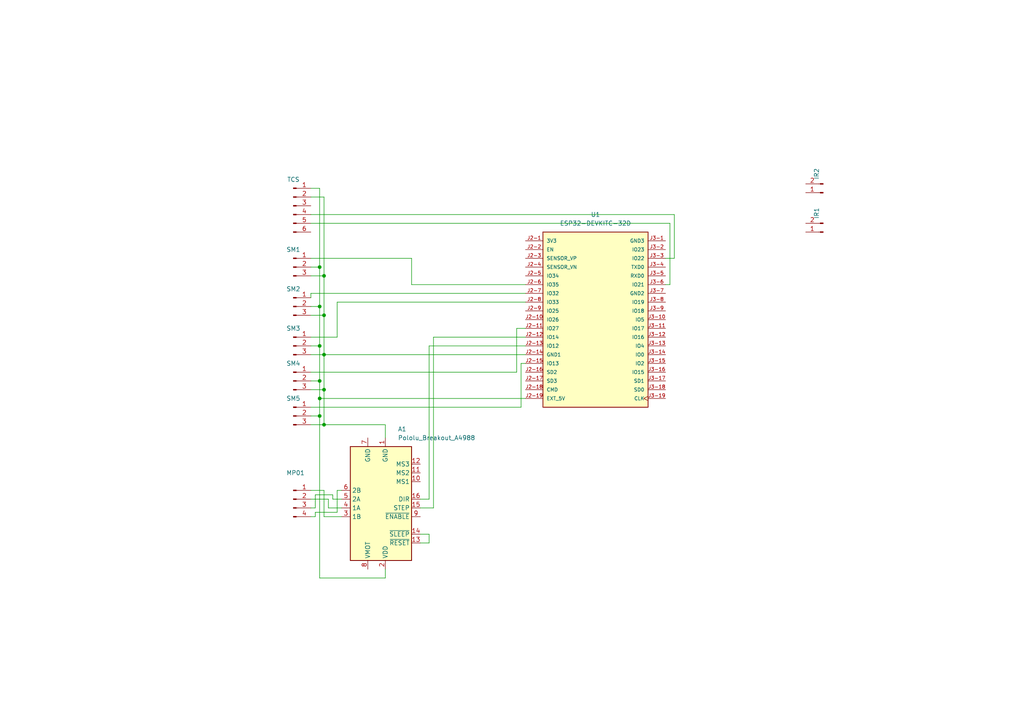
<source format=kicad_sch>
(kicad_sch (version 20230121) (generator eeschema)
  (paper "A4")
  (lib_symbols
    (symbol "Connector:Conn_01x02_Pin" (pin_names (offset 1.016) hide)
      (property "Reference" "J" (at 0 2.54 0))
      (property "Value" "Conn_01x02_Pin" (at 0 -5.08 0))
      (symbol "Conn_01x02_Pin_1_1"
        (polyline (pts (xy 1.27 -2.54) (xy 0.8636 -2.54)) (stroke (width 0.1524)))
        (polyline (pts (xy 1.27 0) (xy 0.8636 0)) (stroke (width 0.1524)))
        (rectangle (start 0.8636 -2.413) (end 0 -2.667) (stroke (width 0.1524)) (fill (type outline)))
        (rectangle (start 0.8636 0.127) (end 0 -0.127) (stroke (width 0.1524)) (fill (type outline)))
        (pin passive line (at 5.08 0 180) (length 3.81) (name "Pin_1") (number "1"))
        (pin passive line (at 5.08 -2.54 180) (length 3.81) (name "Pin_2") (number "2"))
      )
    )
    (symbol "Connector:Conn_01x03_Pin" (pin_names (offset 1.016) hide)
      (property "Reference" "J" (at 0 5.08 0))
      (property "Value" "Conn_01x03_Pin" (at 0 -5.08 0))
      (symbol "Conn_01x03_Pin_1_1"
        (polyline (pts (xy 1.27 -2.54) (xy 0.8636 -2.54)) (stroke (width 0.1524)))
        (polyline (pts (xy 1.27 0) (xy 0.8636 0)) (stroke (width 0.1524)))
        (polyline (pts (xy 1.27 2.54) (xy 0.8636 2.54)) (stroke (width 0.1524)))
        (rectangle (start 0.8636 -2.413) (end 0 -2.667) (stroke (width 0.1524)) (fill (type outline)))
        (rectangle (start 0.8636 0.127) (end 0 -0.127) (stroke (width 0.1524)) (fill (type outline)))
        (rectangle (start 0.8636 2.667) (end 0 2.413) (stroke (width 0.1524)) (fill (type outline)))
        (pin passive line (at 5.08 2.54 180) (length 3.81) (name "Pin_1") (number "1"))
        (pin passive line (at 5.08 0 180) (length 3.81) (name "Pin_2") (number "2"))
        (pin passive line (at 5.08 -2.54 180) (length 3.81) (name "Pin_3") (number "3"))
      )
    )
    (symbol "Connector:Conn_01x04_Pin" (pin_names (offset 1.016) hide)
      (property "Reference" "J" (at 0 5.08 0))
      (property "Value" "Conn_01x04_Pin" (at 0 -7.62 0))
      (symbol "Conn_01x04_Pin_1_1"
        (polyline (pts (xy 1.27 -5.08) (xy 0.8636 -5.08)) (stroke (width 0.1524)))
        (polyline (pts (xy 1.27 -2.54) (xy 0.8636 -2.54)) (stroke (width 0.1524)))
        (polyline (pts (xy 1.27 0) (xy 0.8636 0)) (stroke (width 0.1524)))
        (polyline (pts (xy 1.27 2.54) (xy 0.8636 2.54)) (stroke (width 0.1524)))
        (rectangle (start 0.8636 -4.953) (end 0 -5.207) (stroke (width 0.1524)) (fill (type outline)))
        (rectangle (start 0.8636 -2.413) (end 0 -2.667) (stroke (width 0.1524)) (fill (type outline)))
        (rectangle (start 0.8636 0.127) (end 0 -0.127) (stroke (width 0.1524)) (fill (type outline)))
        (rectangle (start 0.8636 2.667) (end 0 2.413) (stroke (width 0.1524)) (fill (type outline)))
        (pin passive line (at 5.08 2.54 180) (length 3.81) (name "Pin_1") (number "1"))
        (pin passive line (at 5.08 0 180) (length 3.81) (name "Pin_2") (number "2"))
        (pin passive line (at 5.08 -2.54 180) (length 3.81) (name "Pin_3") (number "3"))
        (pin passive line (at 5.08 -5.08 180) (length 3.81) (name "Pin_4") (number "4"))
      )
    )
    (symbol "Connector:Conn_01x06_Pin" (pin_names (offset 1.016) hide)
      (property "Reference" "J" (at 0 7.62 0))
      (property "Value" "Conn_01x06_Pin" (at 0 -10.16 0))
      (symbol "Conn_01x06_Pin_1_1"
        (polyline (pts (xy 1.27 -7.62) (xy 0.8636 -7.62)) (stroke (width 0.1524)))
        (polyline (pts (xy 1.27 -5.08) (xy 0.8636 -5.08)) (stroke (width 0.1524)))
        (polyline (pts (xy 1.27 -2.54) (xy 0.8636 -2.54)) (stroke (width 0.1524)))
        (polyline (pts (xy 1.27 0) (xy 0.8636 0)) (stroke (width 0.1524)))
        (polyline (pts (xy 1.27 2.54) (xy 0.8636 2.54)) (stroke (width 0.1524)))
        (polyline (pts (xy 1.27 5.08) (xy 0.8636 5.08)) (stroke (width 0.1524)))
        (rectangle (start 0.8636 -7.493) (end 0 -7.747) (stroke (width 0.1524)) (fill (type outline)))
        (rectangle (start 0.8636 -4.953) (end 0 -5.207) (stroke (width 0.1524)) (fill (type outline)))
        (rectangle (start 0.8636 -2.413) (end 0 -2.667) (stroke (width 0.1524)) (fill (type outline)))
        (rectangle (start 0.8636 0.127) (end 0 -0.127) (stroke (width 0.1524)) (fill (type outline)))
        (rectangle (start 0.8636 2.667) (end 0 2.413) (stroke (width 0.1524)) (fill (type outline)))
        (rectangle (start 0.8636 5.207) (end 0 4.953) (stroke (width 0.1524)) (fill (type outline)))
        (pin passive line (at 5.08 5.08 180) (length 3.81) (name "Pin_1") (number "1"))
        (pin passive line (at 5.08 2.54 180) (length 3.81) (name "Pin_2") (number "2"))
        (pin passive line (at 5.08 0 180) (length 3.81) (name "Pin_3") (number "3"))
        (pin passive line (at 5.08 -2.54 180) (length 3.81) (name "Pin_4") (number "4"))
        (pin passive line (at 5.08 -5.08 180) (length 3.81) (name "Pin_5") (number "5"))
        (pin passive line (at 5.08 -7.62 180) (length 3.81) (name "Pin_6") (number "6"))
      )
    )
    (symbol "Driver_Motor:Pololu_Breakout_A4988"
      (property "Reference" "A" (at -2.54 19.05 0))
      (property "Value" "Pololu_Breakout_A4988" (at -2.54 16.51 0))
      (symbol "Pololu_Breakout_A4988_0_1"
        (rectangle (start 10.16 -17.78) (end -7.62 15.24) (stroke (width 0.254)) (fill (type background)))
      )
      (symbol "Pololu_Breakout_A4988_1_1"
        (pin power_in line (at 0 -20.32 90) (length 2.54) (name "GND") (number "1"))
        (pin input line (at -10.16 -7.62 0) (length 2.54) (name "MS1") (number "10"))
        (pin input line (at -10.16 -10.16 0) (length 2.54) (name "MS2") (number "11"))
        (pin input line (at -10.16 -12.7 0) (length 2.54) (name "MS3") (number "12"))
        (pin input line (at -10.16 10.16 0) (length 2.54) (name "~{RESET}") (number "13"))
        (pin input line (at -10.16 7.62 0) (length 2.54) (name "~{SLEEP}") (number "14"))
        (pin input line (at -10.16 0 0) (length 2.54) (name "STEP") (number "15"))
        (pin input line (at -10.16 -2.54 0) (length 2.54) (name "DIR") (number "16"))
        (pin power_in line (at 0 17.78 270) (length 2.54) (name "VDD") (number "2"))
        (pin output line (at 12.7 2.54 180) (length 2.54) (name "1B") (number "3"))
        (pin output line (at 12.7 0 180) (length 2.54) (name "1A") (number "4"))
        (pin output line (at 12.7 -2.54 180) (length 2.54) (name "2A") (number "5"))
        (pin output line (at 12.7 -5.08 180) (length 2.54) (name "2B") (number "6"))
        (pin power_in line (at 5.08 -20.32 90) (length 2.54) (name "GND") (number "7"))
        (pin power_in line (at 5.08 17.78 270) (length 2.54) (name "VMOT") (number "8"))
        (pin input line (at -10.16 2.54 0) (length 2.54) (name "~{ENABLE}") (number "9"))
      )
    )
    (symbol "ESP32-DEVKITC-32D:ESP32-DEVKITC-32D" (pin_names (offset 1.016))
      (property "Reference" "U" (at -15.2572 26.0643 0))
      (property "Value" "ESP32-DEVKITC-32D" (at -15.2563 -27.9698 0))
      (symbol "ESP32-DEVKITC-32D_0_0"
        (rectangle (start -15.24 -25.4) (end 15.24 25.4) (stroke (width 0.254)) (fill (type background)))
        (pin power_in line (at -20.32 22.86 0) (length 5.08) (name "3V3") (number "J2-1"))
        (pin bidirectional line (at -20.32 0 0) (length 5.08) (name "IO26") (number "J2-10"))
        (pin bidirectional line (at -20.32 -2.54 0) (length 5.08) (name "IO27") (number "J2-11"))
        (pin bidirectional line (at -20.32 -5.08 0) (length 5.08) (name "IO14") (number "J2-12"))
        (pin bidirectional line (at -20.32 -7.62 0) (length 5.08) (name "IO12") (number "J2-13"))
        (pin power_in line (at -20.32 -10.16 0) (length 5.08) (name "GND1") (number "J2-14"))
        (pin bidirectional line (at -20.32 -12.7 0) (length 5.08) (name "IO13") (number "J2-15"))
        (pin bidirectional line (at -20.32 -15.24 0) (length 5.08) (name "SD2") (number "J2-16"))
        (pin bidirectional line (at -20.32 -17.78 0) (length 5.08) (name "SD3") (number "J2-17"))
        (pin bidirectional line (at -20.32 -20.32 0) (length 5.08) (name "CMD") (number "J2-18"))
        (pin power_in line (at -20.32 -22.86 0) (length 5.08) (name "EXT_5V") (number "J2-19"))
        (pin input line (at -20.32 20.32 0) (length 5.08) (name "EN") (number "J2-2"))
        (pin input line (at -20.32 17.78 0) (length 5.08) (name "SENSOR_VP") (number "J2-3"))
        (pin input line (at -20.32 15.24 0) (length 5.08) (name "SENSOR_VN") (number "J2-4"))
        (pin bidirectional line (at -20.32 12.7 0) (length 5.08) (name "IO34") (number "J2-5"))
        (pin bidirectional line (at -20.32 10.16 0) (length 5.08) (name "IO35") (number "J2-6"))
        (pin bidirectional line (at -20.32 7.62 0) (length 5.08) (name "IO32") (number "J2-7"))
        (pin bidirectional line (at -20.32 5.08 0) (length 5.08) (name "IO33") (number "J2-8"))
        (pin bidirectional line (at -20.32 2.54 0) (length 5.08) (name "IO25") (number "J2-9"))
        (pin power_in line (at 20.32 22.86 180) (length 5.08) (name "GND3") (number "J3-1"))
        (pin bidirectional line (at 20.32 0 180) (length 5.08) (name "IO5") (number "J3-10"))
        (pin bidirectional line (at 20.32 -2.54 180) (length 5.08) (name "IO17") (number "J3-11"))
        (pin bidirectional line (at 20.32 -5.08 180) (length 5.08) (name "IO16") (number "J3-12"))
        (pin bidirectional line (at 20.32 -7.62 180) (length 5.08) (name "IO4") (number "J3-13"))
        (pin bidirectional line (at 20.32 -10.16 180) (length 5.08) (name "IO0") (number "J3-14"))
        (pin bidirectional line (at 20.32 -12.7 180) (length 5.08) (name "IO2") (number "J3-15"))
        (pin bidirectional line (at 20.32 -15.24 180) (length 5.08) (name "IO15") (number "J3-16"))
        (pin bidirectional line (at 20.32 -17.78 180) (length 5.08) (name "SD1") (number "J3-17"))
        (pin bidirectional line (at 20.32 -20.32 180) (length 5.08) (name "SD0") (number "J3-18"))
        (pin input clock (at 20.32 -22.86 180) (length 5.08) (name "CLK") (number "J3-19"))
        (pin bidirectional line (at 20.32 20.32 180) (length 5.08) (name "IO23") (number "J3-2"))
        (pin bidirectional line (at 20.32 17.78 180) (length 5.08) (name "IO22") (number "J3-3"))
        (pin output line (at 20.32 15.24 180) (length 5.08) (name "TXD0") (number "J3-4"))
        (pin input line (at 20.32 12.7 180) (length 5.08) (name "RXD0") (number "J3-5"))
        (pin bidirectional line (at 20.32 10.16 180) (length 5.08) (name "IO21") (number "J3-6"))
        (pin power_in line (at 20.32 7.62 180) (length 5.08) (name "GND2") (number "J3-7"))
        (pin bidirectional line (at 20.32 5.08 180) (length 5.08) (name "IO19") (number "J3-8"))
        (pin bidirectional line (at 20.32 2.54 180) (length 5.08) (name "IO18") (number "J3-9"))
      )
    )
  )
  (junction (at 92.71 88.9))
  (junction (at 92.71 77.47))
  (junction (at 92.71 120.65))
  (junction (at 93.98 91.44))
  (junction (at 93.98 123.19))
  (junction (at 93.98 113.03))
  (junction (at 92.71 115.57))
  (junction (at 93.98 102.87))
  (junction (at 92.71 100.33))
  (junction (at 92.71 110.49))
  (junction (at 93.98 80.01))
  (wire (pts (xy 96.52 144.78) (xy 99.06 144.78)))
  (wire (pts (xy 90.17 64.77) (xy 194.31 64.77)))
  (wire (pts (xy 149.86 107.95) (xy 149.86 95.25)))
  (wire (pts (xy 93.98 142.24) (xy 90.17 142.24)))
  (wire (pts (xy 93.98 57.15) (xy 93.98 80.01)))
  (wire (pts (xy 90.17 57.15) (xy 93.98 57.15)))
  (wire (pts (xy 124.46 144.78) (xy 124.46 100.33)))
  (wire (pts (xy 96.52 143.51) (xy 96.52 144.78)))
  (wire (pts (xy 93.98 91.44) (xy 93.98 102.87)))
  (wire (pts (xy 93.98 149.86) (xy 93.98 142.24)))
  (wire (pts (xy 91.44 149.86) (xy 91.44 148.59)))
  (wire (pts (xy 125.73 147.32) (xy 125.73 97.79)))
  (wire (pts (xy 97.79 97.79) (xy 90.17 97.79)))
  (wire (pts (xy 90.17 113.03) (xy 93.98 113.03)))
  (wire (pts (xy 121.92 157.48) (xy 124.46 157.48)))
  (wire (pts (xy 95.25 147.32) (xy 99.06 147.32)))
  (wire (pts (xy 90.17 149.86) (xy 91.44 149.86)))
  (wire (pts (xy 121.92 147.32) (xy 125.73 147.32)))
  (wire (pts (xy 97.79 142.24) (xy 99.06 142.24)))
  (wire (pts (xy 92.71 88.9) (xy 92.71 100.33)))
  (wire (pts (xy 152.4 102.87) (xy 93.98 102.87)))
  (wire (pts (xy 111.76 167.64) (xy 111.76 165.1)))
  (wire (pts (xy 90.17 77.47) (xy 92.71 77.47)))
  (wire (pts (xy 92.71 167.64) (xy 111.76 167.64)))
  (wire (pts (xy 124.46 100.33) (xy 152.4 100.33)))
  (wire (pts (xy 149.86 95.25) (xy 152.4 95.25)))
  (wire (pts (xy 93.98 91.44) (xy 93.98 80.01)))
  (wire (pts (xy 91.44 147.32) (xy 91.44 143.51)))
  (wire (pts (xy 90.17 102.87) (xy 93.98 102.87)))
  (wire (pts (xy 92.71 77.47) (xy 92.71 88.9)))
  (wire (pts (xy 121.92 144.78) (xy 124.46 144.78)))
  (wire (pts (xy 193.04 74.93) (xy 195.58 74.93)))
  (wire (pts (xy 93.98 80.01) (xy 90.17 80.01)))
  (wire (pts (xy 90.17 118.11) (xy 151.13 118.11)))
  (wire (pts (xy 152.4 87.63) (xy 97.79 87.63)))
  (wire (pts (xy 92.71 120.65) (xy 90.17 120.65)))
  (wire (pts (xy 97.79 87.63) (xy 97.79 97.79)))
  (wire (pts (xy 125.73 97.79) (xy 152.4 97.79)))
  (wire (pts (xy 92.71 88.9) (xy 90.17 88.9)))
  (wire (pts (xy 194.31 64.77) (xy 194.31 82.55)))
  (wire (pts (xy 93.98 113.03) (xy 93.98 102.87)))
  (wire (pts (xy 95.25 144.78) (xy 95.25 147.32)))
  (wire (pts (xy 90.17 54.61) (xy 92.71 54.61)))
  (wire (pts (xy 124.46 154.94) (xy 124.46 157.48)))
  (wire (pts (xy 90.17 110.49) (xy 92.71 110.49)))
  (wire (pts (xy 90.17 91.44) (xy 93.98 91.44)))
  (wire (pts (xy 92.71 110.49) (xy 92.71 115.57)))
  (wire (pts (xy 99.06 149.86) (xy 93.98 149.86)))
  (wire (pts (xy 90.17 85.09) (xy 152.4 85.09)))
  (wire (pts (xy 195.58 62.23) (xy 90.17 62.23)))
  (wire (pts (xy 90.17 144.78) (xy 95.25 144.78)))
  (wire (pts (xy 119.38 82.55) (xy 152.4 82.55)))
  (wire (pts (xy 92.71 54.61) (xy 92.71 77.47)))
  (wire (pts (xy 91.44 148.59) (xy 97.79 148.59)))
  (wire (pts (xy 90.17 85.09) (xy 90.17 86.36)))
  (wire (pts (xy 92.71 115.57) (xy 92.71 120.65)))
  (wire (pts (xy 111.76 123.19) (xy 111.76 127)))
  (wire (pts (xy 151.13 105.41) (xy 152.4 105.41)))
  (wire (pts (xy 151.13 118.11) (xy 151.13 105.41)))
  (wire (pts (xy 193.04 82.55) (xy 194.31 82.55)))
  (wire (pts (xy 93.98 123.19) (xy 93.98 113.03)))
  (wire (pts (xy 90.17 107.95) (xy 149.86 107.95)))
  (wire (pts (xy 92.71 100.33) (xy 92.71 110.49)))
  (wire (pts (xy 121.92 154.94) (xy 124.46 154.94)))
  (wire (pts (xy 90.17 74.93) (xy 119.38 74.93)))
  (wire (pts (xy 90.17 123.19) (xy 93.98 123.19)))
  (wire (pts (xy 93.98 123.19) (xy 111.76 123.19)))
  (wire (pts (xy 90.17 147.32) (xy 91.44 147.32)))
  (wire (pts (xy 97.79 148.59) (xy 97.79 142.24)))
  (wire (pts (xy 195.58 74.93) (xy 195.58 62.23)))
  (wire (pts (xy 92.71 120.65) (xy 92.71 167.64)))
  (wire (pts (xy 119.38 74.93) (xy 119.38 82.55)))
  (wire (pts (xy 91.44 143.51) (xy 96.52 143.51)))
  (wire (pts (xy 90.17 100.33) (xy 92.71 100.33)))
  (wire (pts (xy 92.71 115.57) (xy 152.4 115.57)))
  (symbol (lib_id "Connector:Conn_01x04_Pin") (at 85.09 144.78 0) (unit 1)
    (property "Reference" "MP01" (at 85.725 137.16 0))
    (property "Value" "Conn_01x04_Pin" (effects hide))
  )
  (symbol (lib_id "Connector:Conn_01x03_Pin") (at 85.09 120.65 0) (unit 1)
    (property "Reference" "SM5" (at 85.09 115.57 0))
    (property "Value" "Conn_01x03_Pin" (effects hide))
  )
  (symbol (lib_id "Connector:Conn_01x06_Pin") (at 85.09 59.69 0) (unit 1)
    (property "Reference" "TCS" (at 85.09 52.07 0))
    (property "Value" "Conn_01x06_Pin" (effects hide))
  )
  (symbol (lib_id "Connector:Conn_01x03_Pin") (at 85.09 100.33 0) (unit 1)
    (property "Reference" "SM3" (at 85.09 95.25 0))
    (property "Value" "Conn_01x03_Pin" (effects hide))
  )
  (symbol (lib_id "Connector:Conn_01x02_Pin") (at 238.76 67.31 180) (unit 1)
    (property "Reference" "IR1" (at 236.855 63.5 90) (effects (justify right)))
    (property "Value" "Conn_01x02_Pin" (effects hide))
  )
  (symbol (lib_id "Connector:Conn_01x02_Pin") (at 238.76 55.88 180) (unit 1)
    (property "Reference" "IR2" (at 236.855 52.07 90) (effects (justify right)))
    (property "Value" "Conn_01x02_Pin" (effects hide))
  )
  (symbol (lib_id "Connector:Conn_01x03_Pin") (at 85.09 77.47 0) (unit 1)
    (property "Reference" "SM1" (at 85.09 72.39 0))
    (property "Value" "Conn_01x03_Pin" (effects hide))
  )
  (symbol (lib_id "Driver_Motor:Pololu_Breakout_A4988") (at 111.76 147.32 180) (unit 1)
    (property "Reference" "A1" (at 115.3861 124.46 0) (effects (justify right)))
    (property "Value" "Pololu_Breakout_A4988" (at 115.3861 127 0) (effects (justify right)))
    (property "Footprint" "Module:Pololu_Breakout-16_15.2x20.3mm" (effects hide))
    (property "Datasheet" "https://www.pololu.com/product/2980/pictures" (effects hide))
  )
  (symbol (lib_id "Connector:Conn_01x03_Pin") (at 85.09 88.9 0) (unit 1)
    (property "Reference" "SM2" (at 85.09 83.82 0))
    (property "Value" "Conn_01x03_Pin" (effects hide))
  )
  (symbol (lib_id "Connector:Conn_01x03_Pin") (at 85.09 110.49 0) (unit 1)
    (property "Reference" "SM4" (at 85.09 105.41 0))
    (property "Value" "Conn_01x03_Pin" (effects hide))
  )
  (symbol (lib_id "ESP32-DEVKITC-32D:ESP32-DEVKITC-32D") (at 172.72 92.71 0) (unit 1)
    (property "Reference" "U1" (at 172.72 62.23 0))
    (property "Value" "ESP32-DEVKITC-32D" (at 172.72 64.77 0))
    (property "Footprint" "Module1:ESP32-DEVKITC-32D" (effects hide))
    (property "MF" "Espressif Systems" (effects hide))
    (property "MAXIMUM_PACKAGE_HEIGHT" "N/A" (effects hide))
    (property "Package" "None" (effects hide))
    (property "Price" "None" (effects hide))
    (property "Check_prices" "https://www.snapeda.com/parts/ESP32-DEVKITC-32D/Espressif+Systems/view-part/?ref=eda" (effects hide))
    (property "STANDARD" "Manufacturer Recommendations" (effects hide))
    (property "PARTREV" "V4" (effects hide))
    (property "SnapEDA_Link" "https://www.snapeda.com/parts/ESP32-DEVKITC-32D/Espressif+Systems/view-part/?ref=snap" (effects hide))
    (property "MP" "ESP32-DEVKITC-32D" (effects hide))
    (property "Purchase-URL" "https://www.snapeda.com/api/url_track_click_mouser/?unipart_id=2777395&manufacturer=Espressif Systems&part_name=ESP32-DEVKITC-32D&search_term=None" (effects hide))
    (property "Description" "\nWiFi Development Tools (802.11) ESP32 General Development Kit, ESP32-WROOM-32D on the board\n" (effects hide))
    (property "MANUFACTURER" "Espressif Systems" (effects hide))
    (property "Availability" "In Stock" (effects hide))
    (property "SNAPEDA_PN" "ESP32-DEVKITC-32D" (effects hide))
  )
)
</source>
